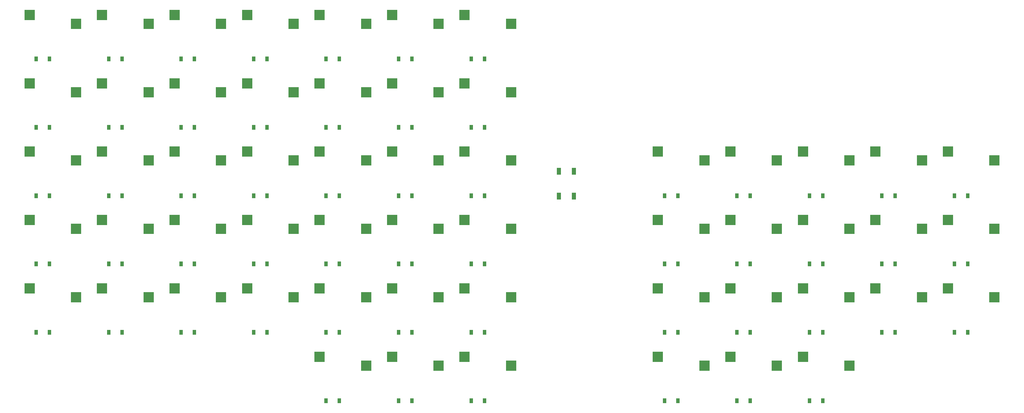
<source format=gbr>
%TF.GenerationSoftware,KiCad,Pcbnew,8.0.2*%
%TF.CreationDate,2024-06-03T01:18:46-04:00*%
%TF.ProjectId,unisplitchoc,756e6973-706c-4697-9463-686f632e6b69,v1.0.0*%
%TF.SameCoordinates,Original*%
%TF.FileFunction,Paste,Bot*%
%TF.FilePolarity,Positive*%
%FSLAX46Y46*%
G04 Gerber Fmt 4.6, Leading zero omitted, Abs format (unit mm)*
G04 Created by KiCad (PCBNEW 8.0.2) date 2024-06-03 01:18:46*
%MOMM*%
%LPD*%
G01*
G04 APERTURE LIST*
%ADD10R,2.600000X2.600000*%
%ADD11R,0.900000X1.200000*%
%ADD12R,1.100000X1.800000*%
G04 APERTURE END LIST*
D10*
%TO.C,S45*%
X270725000Y-160050000D03*
X282275000Y-162250000D03*
%TD*%
D11*
%TO.C,D52*%
X308350000Y-171000000D03*
X311650000Y-171000000D03*
%TD*%
%TO.C,D8*%
X116350000Y-154000000D03*
X119650000Y-154000000D03*
%TD*%
%TO.C,D20*%
X152350000Y-120000000D03*
X155650000Y-120000000D03*
%TD*%
%TO.C,D36*%
X206350000Y-154000000D03*
X209650000Y-154000000D03*
%TD*%
D10*
%TO.C,S50*%
X288725000Y-143050000D03*
X300275000Y-145250000D03*
%TD*%
%TO.C,S20*%
X150725000Y-109050000D03*
X162275000Y-111250000D03*
%TD*%
D11*
%TO.C,D16*%
X152350000Y-188000000D03*
X155650000Y-188000000D03*
%TD*%
D10*
%TO.C,S3*%
X96725000Y-143050000D03*
X108275000Y-145250000D03*
%TD*%
%TO.C,S25*%
X168725000Y-126050000D03*
X180275000Y-128250000D03*
%TD*%
D11*
%TO.C,D27*%
X188350000Y-205000000D03*
X191650000Y-205000000D03*
%TD*%
D10*
%TO.C,S55*%
X324725000Y-160050000D03*
X336275000Y-162250000D03*
%TD*%
%TO.C,S42*%
X252725000Y-143050000D03*
X264275000Y-145250000D03*
%TD*%
%TO.C,S11*%
X132725000Y-177050000D03*
X144275000Y-179250000D03*
%TD*%
D11*
%TO.C,D49*%
X290350000Y-171000000D03*
X293650000Y-171000000D03*
%TD*%
%TO.C,D5*%
X98350000Y-120000000D03*
X101650000Y-120000000D03*
%TD*%
%TO.C,D21*%
X170350000Y-205000000D03*
X173650000Y-205000000D03*
%TD*%
%TO.C,D30*%
X188350000Y-154000000D03*
X191650000Y-154000000D03*
%TD*%
%TO.C,D45*%
X272350000Y-171000000D03*
X275650000Y-171000000D03*
%TD*%
%TO.C,D11*%
X134350000Y-188000000D03*
X137650000Y-188000000D03*
%TD*%
%TO.C,D18*%
X152350000Y-154000000D03*
X155650000Y-154000000D03*
%TD*%
D10*
%TO.C,S30*%
X186725000Y-143050000D03*
X198275000Y-145250000D03*
%TD*%
%TO.C,S39*%
X252725000Y-194050000D03*
X264275000Y-196250000D03*
%TD*%
%TO.C,S52*%
X306725000Y-160050000D03*
X318275000Y-162250000D03*
%TD*%
D11*
%TO.C,D14*%
X134350000Y-137000000D03*
X137650000Y-137000000D03*
%TD*%
D10*
%TO.C,S16*%
X150725000Y-177050000D03*
X162275000Y-179250000D03*
%TD*%
D11*
%TO.C,D17*%
X152350000Y-171000000D03*
X155650000Y-171000000D03*
%TD*%
%TO.C,D28*%
X188350000Y-188000000D03*
X191650000Y-188000000D03*
%TD*%
%TO.C,D19*%
X152350000Y-137000000D03*
X155650000Y-137000000D03*
%TD*%
D10*
%TO.C,S23*%
X168725000Y-160050000D03*
X180275000Y-162250000D03*
%TD*%
D11*
%TO.C,D54*%
X326350000Y-188000000D03*
X329650000Y-188000000D03*
%TD*%
D10*
%TO.C,S33*%
X204725000Y-194050000D03*
X216275000Y-196250000D03*
%TD*%
D11*
%TO.C,D39*%
X254350000Y-205000000D03*
X257650000Y-205000000D03*
%TD*%
D10*
%TO.C,S51*%
X306725000Y-177050000D03*
X318275000Y-179250000D03*
%TD*%
%TO.C,S18*%
X150725000Y-143050000D03*
X162275000Y-145250000D03*
%TD*%
%TO.C,S26*%
X168725000Y-109050000D03*
X180275000Y-111250000D03*
%TD*%
%TO.C,S7*%
X114725000Y-160050000D03*
X126275000Y-162250000D03*
%TD*%
D11*
%TO.C,D47*%
X290350000Y-205000000D03*
X293650000Y-205000000D03*
%TD*%
D10*
%TO.C,S10*%
X114725000Y-109050000D03*
X126275000Y-111250000D03*
%TD*%
%TO.C,S37*%
X204725000Y-126050000D03*
X216275000Y-128250000D03*
%TD*%
D11*
%TO.C,D26*%
X170350000Y-120000000D03*
X173650000Y-120000000D03*
%TD*%
D10*
%TO.C,S1*%
X96725000Y-177050000D03*
X108275000Y-179250000D03*
%TD*%
%TO.C,S47*%
X288725000Y-194050000D03*
X300275000Y-196250000D03*
%TD*%
%TO.C,S4*%
X96725000Y-126050000D03*
X108275000Y-128250000D03*
%TD*%
D11*
%TO.C,D38*%
X206350000Y-120000000D03*
X209650000Y-120000000D03*
%TD*%
D10*
%TO.C,S48*%
X288725000Y-177050000D03*
X300275000Y-179250000D03*
%TD*%
D11*
%TO.C,D24*%
X170350000Y-154000000D03*
X173650000Y-154000000D03*
%TD*%
%TO.C,D34*%
X206350000Y-188000000D03*
X209650000Y-188000000D03*
%TD*%
%TO.C,D51*%
X308350000Y-188000000D03*
X311650000Y-188000000D03*
%TD*%
%TO.C,D4*%
X98350000Y-137000000D03*
X101650000Y-137000000D03*
%TD*%
D10*
%TO.C,S29*%
X186725000Y-160050000D03*
X198275000Y-162250000D03*
%TD*%
D11*
%TO.C,D31*%
X188350000Y-137000000D03*
X191650000Y-137000000D03*
%TD*%
%TO.C,D15*%
X134350000Y-120000000D03*
X137650000Y-120000000D03*
%TD*%
%TO.C,D13*%
X134350000Y-154000000D03*
X137650000Y-154000000D03*
%TD*%
%TO.C,D50*%
X290350000Y-154000000D03*
X293650000Y-154000000D03*
%TD*%
D10*
%TO.C,S49*%
X288725000Y-160050000D03*
X300275000Y-162250000D03*
%TD*%
D11*
%TO.C,D33*%
X206350000Y-205000000D03*
X209650000Y-205000000D03*
%TD*%
%TO.C,D40*%
X254350000Y-188000000D03*
X257650000Y-188000000D03*
%TD*%
D10*
%TO.C,S5*%
X96725000Y-109050000D03*
X108275000Y-111250000D03*
%TD*%
D11*
%TO.C,D9*%
X116350000Y-137000000D03*
X119650000Y-137000000D03*
%TD*%
D10*
%TO.C,S53*%
X306725000Y-143050000D03*
X318275000Y-145250000D03*
%TD*%
D11*
%TO.C,D43*%
X272350000Y-205000000D03*
X275650000Y-205000000D03*
%TD*%
%TO.C,D32*%
X188350000Y-120000000D03*
X191650000Y-120000000D03*
%TD*%
%TO.C,D44*%
X272350000Y-188000000D03*
X275650000Y-188000000D03*
%TD*%
D10*
%TO.C,S32*%
X186725000Y-109050000D03*
X198275000Y-111250000D03*
%TD*%
%TO.C,S56*%
X324725000Y-143050000D03*
X336275000Y-145250000D03*
%TD*%
%TO.C,S38*%
X204725000Y-109050000D03*
X216275000Y-111250000D03*
%TD*%
%TO.C,S46*%
X270725000Y-143050000D03*
X282275000Y-145250000D03*
%TD*%
D11*
%TO.C,D42*%
X254350000Y-154000000D03*
X257650000Y-154000000D03*
%TD*%
%TO.C,D7*%
X116350000Y-171000000D03*
X119650000Y-171000000D03*
%TD*%
%TO.C,D25*%
X170350000Y-137000000D03*
X173650000Y-137000000D03*
%TD*%
%TO.C,D3*%
X98350000Y-154000000D03*
X101650000Y-154000000D03*
%TD*%
D10*
%TO.C,S22*%
X168725000Y-177050000D03*
X180275000Y-179250000D03*
%TD*%
%TO.C,S43*%
X270725000Y-194050000D03*
X282275000Y-196250000D03*
%TD*%
%TO.C,S21*%
X168725000Y-194050000D03*
X180275000Y-196250000D03*
%TD*%
%TO.C,S15*%
X132725000Y-109050000D03*
X144275000Y-111250000D03*
%TD*%
D11*
%TO.C,D23*%
X170350000Y-171000000D03*
X173650000Y-171000000D03*
%TD*%
%TO.C,D10*%
X116350000Y-120000000D03*
X119650000Y-120000000D03*
%TD*%
%TO.C,D2*%
X98350000Y-171000000D03*
X101650000Y-171000000D03*
%TD*%
%TO.C,D22*%
X170350000Y-188000000D03*
X173650000Y-188000000D03*
%TD*%
D10*
%TO.C,S31*%
X186725000Y-126050000D03*
X198275000Y-128250000D03*
%TD*%
D11*
%TO.C,D6*%
X116350000Y-188000000D03*
X119650000Y-188000000D03*
%TD*%
D10*
%TO.C,S40*%
X252725000Y-177050000D03*
X264275000Y-179250000D03*
%TD*%
%TO.C,S27*%
X186725000Y-194050000D03*
X198275000Y-196250000D03*
%TD*%
%TO.C,S14*%
X132725000Y-126050000D03*
X144275000Y-128250000D03*
%TD*%
%TO.C,S12*%
X132725000Y-160050000D03*
X144275000Y-162250000D03*
%TD*%
%TO.C,S44*%
X270725000Y-177050000D03*
X282275000Y-179250000D03*
%TD*%
%TO.C,S9*%
X114725000Y-126050000D03*
X126275000Y-128250000D03*
%TD*%
D11*
%TO.C,D29*%
X188350000Y-171000000D03*
X191650000Y-171000000D03*
%TD*%
%TO.C,D41*%
X254350000Y-171000000D03*
X257650000Y-171000000D03*
%TD*%
D10*
%TO.C,S24*%
X168725000Y-143050000D03*
X180275000Y-145250000D03*
%TD*%
%TO.C,S17*%
X150725000Y-160050000D03*
X162275000Y-162250000D03*
%TD*%
%TO.C,S36*%
X204725000Y-143050000D03*
X216275000Y-145250000D03*
%TD*%
D11*
%TO.C,D48*%
X290350000Y-188000000D03*
X293650000Y-188000000D03*
%TD*%
D10*
%TO.C,S13*%
X132725000Y-143050000D03*
X144275000Y-145250000D03*
%TD*%
%TO.C,S34*%
X204725000Y-177050000D03*
X216275000Y-179250000D03*
%TD*%
%TO.C,S54*%
X324725000Y-177050000D03*
X336275000Y-179250000D03*
%TD*%
D11*
%TO.C,D1*%
X98350000Y-188000000D03*
X101650000Y-188000000D03*
%TD*%
D10*
%TO.C,S35*%
X204725000Y-160050000D03*
X216275000Y-162250000D03*
%TD*%
%TO.C,S6*%
X114725000Y-177050000D03*
X126275000Y-179250000D03*
%TD*%
%TO.C,S2*%
X96725000Y-160050000D03*
X108275000Y-162250000D03*
%TD*%
D11*
%TO.C,D55*%
X326350000Y-171000000D03*
X329650000Y-171000000D03*
%TD*%
%TO.C,D46*%
X272350000Y-154000000D03*
X275650000Y-154000000D03*
%TD*%
D10*
%TO.C,S41*%
X252725000Y-160050000D03*
X264275000Y-162250000D03*
%TD*%
D11*
%TO.C,D53*%
X308350000Y-154000000D03*
X311650000Y-154000000D03*
%TD*%
D10*
%TO.C,S28*%
X186725000Y-177050000D03*
X198275000Y-179250000D03*
%TD*%
%TO.C,S19*%
X150725000Y-126050000D03*
X162275000Y-128250000D03*
%TD*%
D11*
%TO.C,D37*%
X206350000Y-137000000D03*
X209650000Y-137000000D03*
%TD*%
D10*
%TO.C,S8*%
X114725000Y-143050000D03*
X126275000Y-145250000D03*
%TD*%
D11*
%TO.C,D12*%
X134350000Y-171000000D03*
X137650000Y-171000000D03*
%TD*%
%TO.C,D35*%
X206350000Y-171000000D03*
X209650000Y-171000000D03*
%TD*%
%TO.C,D56*%
X326350000Y-154000000D03*
X329650000Y-154000000D03*
%TD*%
D12*
%TO.C,B1*%
X228150000Y-147900000D03*
X228150000Y-154100000D03*
X231850000Y-147900000D03*
X231850000Y-154100000D03*
%TD*%
M02*

</source>
